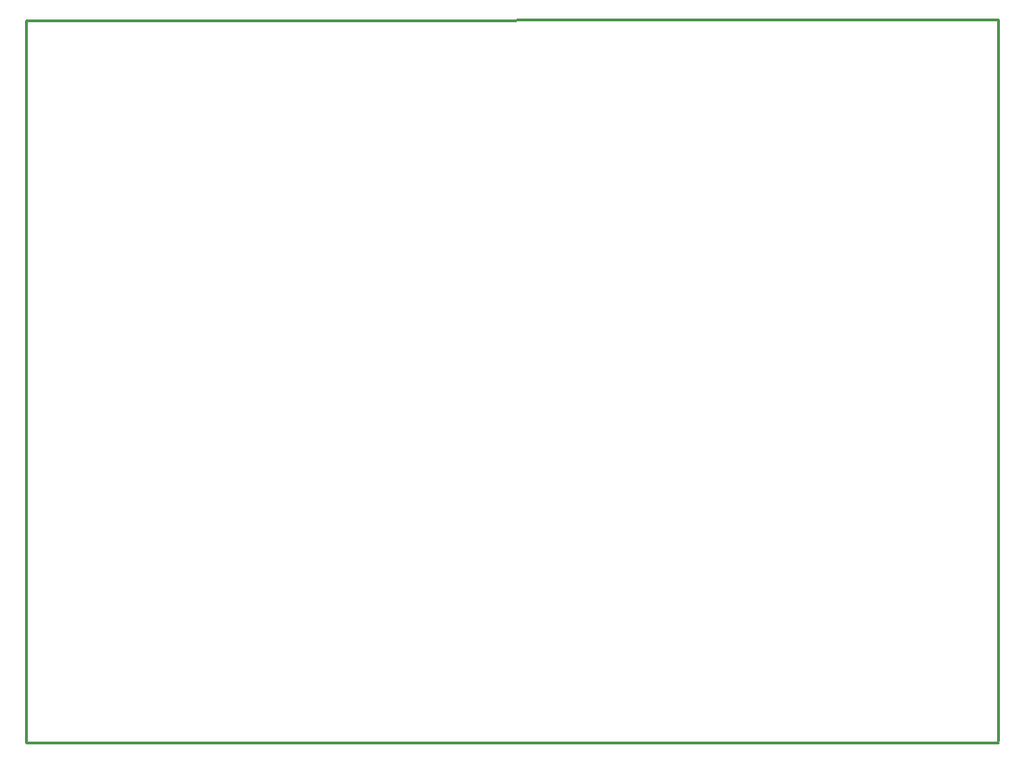
<source format=gko>
G04 Layer: BoardOutlineLayer*
G04 EasyEDA v6.5.40, 2024-02-01 00:24:09*
G04 faf3267638cc42b38ab6b6bb7f3975a6,cb1d8df9e4d043698efa6217e4288dd5,10*
G04 Gerber Generator version 0.2*
G04 Scale: 100 percent, Rotated: No, Reflected: No *
G04 Dimensions in millimeters *
G04 leading zeros omitted , absolute positions ,4 integer and 5 decimal *
%FSLAX45Y45*%
%MOMM*%

%ADD10C,0.2540*%
D10*
X508000Y16814800D02*
G01*
X508000Y16814292D01*
X508000Y17005300D01*
X9385300Y17018000D01*
X9385300Y10414000D02*
G01*
X508000Y10414000D01*
X508000Y16814292D01*
X508000Y16814800D01*
X9385300Y17018000D02*
G01*
X9385300Y10426700D01*

%LPD*%
M02*

</source>
